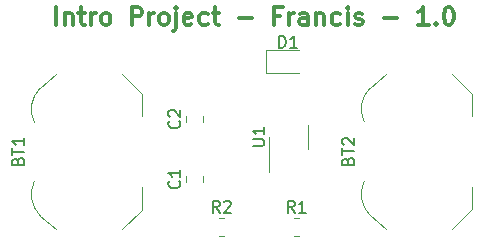
<source format=gbr>
%TF.GenerationSoftware,KiCad,Pcbnew,(5.1.10)-1*%
%TF.CreationDate,2021-10-03T18:06:06-07:00*%
%TF.ProjectId,intro_project,696e7472-6f5f-4707-926f-6a6563742e6b,rev?*%
%TF.SameCoordinates,Original*%
%TF.FileFunction,Legend,Top*%
%TF.FilePolarity,Positive*%
%FSLAX46Y46*%
G04 Gerber Fmt 4.6, Leading zero omitted, Abs format (unit mm)*
G04 Created by KiCad (PCBNEW (5.1.10)-1) date 2021-10-03 18:06:06*
%MOMM*%
%LPD*%
G01*
G04 APERTURE LIST*
%ADD10C,0.300000*%
%ADD11C,0.120000*%
%ADD12C,0.150000*%
G04 APERTURE END LIST*
D10*
X111484285Y-80688571D02*
X111484285Y-79188571D01*
X112198571Y-79688571D02*
X112198571Y-80688571D01*
X112198571Y-79831428D02*
X112270000Y-79760000D01*
X112412857Y-79688571D01*
X112627142Y-79688571D01*
X112770000Y-79760000D01*
X112841428Y-79902857D01*
X112841428Y-80688571D01*
X113341428Y-79688571D02*
X113912857Y-79688571D01*
X113555714Y-79188571D02*
X113555714Y-80474285D01*
X113627142Y-80617142D01*
X113770000Y-80688571D01*
X113912857Y-80688571D01*
X114412857Y-80688571D02*
X114412857Y-79688571D01*
X114412857Y-79974285D02*
X114484285Y-79831428D01*
X114555714Y-79760000D01*
X114698571Y-79688571D01*
X114841428Y-79688571D01*
X115555714Y-80688571D02*
X115412857Y-80617142D01*
X115341428Y-80545714D01*
X115270000Y-80402857D01*
X115270000Y-79974285D01*
X115341428Y-79831428D01*
X115412857Y-79760000D01*
X115555714Y-79688571D01*
X115770000Y-79688571D01*
X115912857Y-79760000D01*
X115984285Y-79831428D01*
X116055714Y-79974285D01*
X116055714Y-80402857D01*
X115984285Y-80545714D01*
X115912857Y-80617142D01*
X115770000Y-80688571D01*
X115555714Y-80688571D01*
X117841428Y-80688571D02*
X117841428Y-79188571D01*
X118412857Y-79188571D01*
X118555714Y-79260000D01*
X118627142Y-79331428D01*
X118698571Y-79474285D01*
X118698571Y-79688571D01*
X118627142Y-79831428D01*
X118555714Y-79902857D01*
X118412857Y-79974285D01*
X117841428Y-79974285D01*
X119341428Y-80688571D02*
X119341428Y-79688571D01*
X119341428Y-79974285D02*
X119412857Y-79831428D01*
X119484285Y-79760000D01*
X119627142Y-79688571D01*
X119770000Y-79688571D01*
X120484285Y-80688571D02*
X120341428Y-80617142D01*
X120270000Y-80545714D01*
X120198571Y-80402857D01*
X120198571Y-79974285D01*
X120270000Y-79831428D01*
X120341428Y-79760000D01*
X120484285Y-79688571D01*
X120698571Y-79688571D01*
X120841428Y-79760000D01*
X120912857Y-79831428D01*
X120984285Y-79974285D01*
X120984285Y-80402857D01*
X120912857Y-80545714D01*
X120841428Y-80617142D01*
X120698571Y-80688571D01*
X120484285Y-80688571D01*
X121627142Y-79688571D02*
X121627142Y-80974285D01*
X121555714Y-81117142D01*
X121412857Y-81188571D01*
X121341428Y-81188571D01*
X121627142Y-79188571D02*
X121555714Y-79260000D01*
X121627142Y-79331428D01*
X121698571Y-79260000D01*
X121627142Y-79188571D01*
X121627142Y-79331428D01*
X122912857Y-80617142D02*
X122770000Y-80688571D01*
X122484285Y-80688571D01*
X122341428Y-80617142D01*
X122270000Y-80474285D01*
X122270000Y-79902857D01*
X122341428Y-79760000D01*
X122484285Y-79688571D01*
X122770000Y-79688571D01*
X122912857Y-79760000D01*
X122984285Y-79902857D01*
X122984285Y-80045714D01*
X122270000Y-80188571D01*
X124270000Y-80617142D02*
X124127142Y-80688571D01*
X123841428Y-80688571D01*
X123698571Y-80617142D01*
X123627142Y-80545714D01*
X123555714Y-80402857D01*
X123555714Y-79974285D01*
X123627142Y-79831428D01*
X123698571Y-79760000D01*
X123841428Y-79688571D01*
X124127142Y-79688571D01*
X124270000Y-79760000D01*
X124698571Y-79688571D02*
X125270000Y-79688571D01*
X124912857Y-79188571D02*
X124912857Y-80474285D01*
X124984285Y-80617142D01*
X125127142Y-80688571D01*
X125270000Y-80688571D01*
X126912857Y-80117142D02*
X128055714Y-80117142D01*
X130412857Y-79902857D02*
X129912857Y-79902857D01*
X129912857Y-80688571D02*
X129912857Y-79188571D01*
X130627142Y-79188571D01*
X131198571Y-80688571D02*
X131198571Y-79688571D01*
X131198571Y-79974285D02*
X131270000Y-79831428D01*
X131341428Y-79760000D01*
X131484285Y-79688571D01*
X131627142Y-79688571D01*
X132770000Y-80688571D02*
X132770000Y-79902857D01*
X132698571Y-79760000D01*
X132555714Y-79688571D01*
X132270000Y-79688571D01*
X132127142Y-79760000D01*
X132770000Y-80617142D02*
X132627142Y-80688571D01*
X132270000Y-80688571D01*
X132127142Y-80617142D01*
X132055714Y-80474285D01*
X132055714Y-80331428D01*
X132127142Y-80188571D01*
X132270000Y-80117142D01*
X132627142Y-80117142D01*
X132770000Y-80045714D01*
X133484285Y-79688571D02*
X133484285Y-80688571D01*
X133484285Y-79831428D02*
X133555714Y-79760000D01*
X133698571Y-79688571D01*
X133912857Y-79688571D01*
X134055714Y-79760000D01*
X134127142Y-79902857D01*
X134127142Y-80688571D01*
X135484285Y-80617142D02*
X135341428Y-80688571D01*
X135055714Y-80688571D01*
X134912857Y-80617142D01*
X134841428Y-80545714D01*
X134770000Y-80402857D01*
X134770000Y-79974285D01*
X134841428Y-79831428D01*
X134912857Y-79760000D01*
X135055714Y-79688571D01*
X135341428Y-79688571D01*
X135484285Y-79760000D01*
X136127142Y-80688571D02*
X136127142Y-79688571D01*
X136127142Y-79188571D02*
X136055714Y-79260000D01*
X136127142Y-79331428D01*
X136198571Y-79260000D01*
X136127142Y-79188571D01*
X136127142Y-79331428D01*
X136770000Y-80617142D02*
X136912857Y-80688571D01*
X137198571Y-80688571D01*
X137341428Y-80617142D01*
X137412857Y-80474285D01*
X137412857Y-80402857D01*
X137341428Y-80260000D01*
X137198571Y-80188571D01*
X136984285Y-80188571D01*
X136841428Y-80117142D01*
X136770000Y-79974285D01*
X136770000Y-79902857D01*
X136841428Y-79760000D01*
X136984285Y-79688571D01*
X137198571Y-79688571D01*
X137341428Y-79760000D01*
X139198571Y-80117142D02*
X140341428Y-80117142D01*
X142984285Y-80688571D02*
X142127142Y-80688571D01*
X142555714Y-80688571D02*
X142555714Y-79188571D01*
X142412857Y-79402857D01*
X142270000Y-79545714D01*
X142127142Y-79617142D01*
X143627142Y-80545714D02*
X143698571Y-80617142D01*
X143627142Y-80688571D01*
X143555714Y-80617142D01*
X143627142Y-80545714D01*
X143627142Y-80688571D01*
X144627142Y-79188571D02*
X144770000Y-79188571D01*
X144912857Y-79260000D01*
X144984285Y-79331428D01*
X145055714Y-79474285D01*
X145127142Y-79760000D01*
X145127142Y-80117142D01*
X145055714Y-80402857D01*
X144984285Y-80545714D01*
X144912857Y-80617142D01*
X144770000Y-80688571D01*
X144627142Y-80688571D01*
X144484285Y-80617142D01*
X144412857Y-80545714D01*
X144341428Y-80402857D01*
X144270000Y-80117142D01*
X144270000Y-79760000D01*
X144341428Y-79474285D01*
X144412857Y-79331428D01*
X144484285Y-79260000D01*
X144627142Y-79188571D01*
D11*
%TO.C,U1*%
X132755000Y-89170000D02*
X132755000Y-91170000D01*
X129515000Y-90170000D02*
X129515000Y-93170000D01*
%TO.C,BT1*%
X117050000Y-84890000D02*
X118700000Y-86540000D01*
X118700000Y-96340000D02*
X117050000Y-97990000D01*
X118700000Y-96340000D02*
X118700000Y-94440000D01*
X118700000Y-86540000D02*
X118700000Y-88440000D01*
X111450000Y-84890000D02*
X110100000Y-86040000D01*
X111450000Y-97990000D02*
X110100000Y-96840000D01*
X109603542Y-93941694D02*
G75*
G03*
X110100000Y-96840000I2296458J-1098306D01*
G01*
X109602393Y-88935902D02*
G75*
G02*
X110100000Y-86040000I2297607J1095902D01*
G01*
%TO.C,BT2*%
X137542393Y-88915902D02*
G75*
G02*
X138040000Y-86020000I2297607J1095902D01*
G01*
X137543542Y-93921694D02*
G75*
G03*
X138040000Y-96820000I2296458J-1098306D01*
G01*
X139390000Y-97970000D02*
X138040000Y-96820000D01*
X139390000Y-84870000D02*
X138040000Y-86020000D01*
X146640000Y-86520000D02*
X146640000Y-88420000D01*
X146640000Y-96320000D02*
X146640000Y-94420000D01*
X146640000Y-96320000D02*
X144990000Y-97970000D01*
X144990000Y-84870000D02*
X146640000Y-86520000D01*
%TO.C,C1*%
X122455000Y-94008752D02*
X122455000Y-93486248D01*
X123925000Y-94008752D02*
X123925000Y-93486248D01*
%TO.C,C2*%
X122455000Y-88928752D02*
X122455000Y-88406248D01*
X123925000Y-88928752D02*
X123925000Y-88406248D01*
%TO.C,D1*%
X129195000Y-84780000D02*
X132055000Y-84780000D01*
X129195000Y-82860000D02*
X129195000Y-84780000D01*
X132055000Y-82860000D02*
X129195000Y-82860000D01*
%TO.C,R1*%
X131582936Y-97055000D02*
X132037064Y-97055000D01*
X131582936Y-98525000D02*
X132037064Y-98525000D01*
%TO.C,R2*%
X125232936Y-98525000D02*
X125687064Y-98525000D01*
X125232936Y-97055000D02*
X125687064Y-97055000D01*
%TO.C,U1*%
D12*
X128087380Y-90931904D02*
X128896904Y-90931904D01*
X128992142Y-90884285D01*
X129039761Y-90836666D01*
X129087380Y-90741428D01*
X129087380Y-90550952D01*
X129039761Y-90455714D01*
X128992142Y-90408095D01*
X128896904Y-90360476D01*
X128087380Y-90360476D01*
X129087380Y-89360476D02*
X129087380Y-89931904D01*
X129087380Y-89646190D02*
X128087380Y-89646190D01*
X128230238Y-89741428D01*
X128325476Y-89836666D01*
X128373095Y-89931904D01*
%TO.C,BT1*%
X108228571Y-92225714D02*
X108276190Y-92082857D01*
X108323809Y-92035238D01*
X108419047Y-91987619D01*
X108561904Y-91987619D01*
X108657142Y-92035238D01*
X108704761Y-92082857D01*
X108752380Y-92178095D01*
X108752380Y-92559047D01*
X107752380Y-92559047D01*
X107752380Y-92225714D01*
X107800000Y-92130476D01*
X107847619Y-92082857D01*
X107942857Y-92035238D01*
X108038095Y-92035238D01*
X108133333Y-92082857D01*
X108180952Y-92130476D01*
X108228571Y-92225714D01*
X108228571Y-92559047D01*
X107752380Y-91701904D02*
X107752380Y-91130476D01*
X108752380Y-91416190D02*
X107752380Y-91416190D01*
X108752380Y-90273333D02*
X108752380Y-90844761D01*
X108752380Y-90559047D02*
X107752380Y-90559047D01*
X107895238Y-90654285D01*
X107990476Y-90749523D01*
X108038095Y-90844761D01*
%TO.C,BT2*%
X136168571Y-92205714D02*
X136216190Y-92062857D01*
X136263809Y-92015238D01*
X136359047Y-91967619D01*
X136501904Y-91967619D01*
X136597142Y-92015238D01*
X136644761Y-92062857D01*
X136692380Y-92158095D01*
X136692380Y-92539047D01*
X135692380Y-92539047D01*
X135692380Y-92205714D01*
X135740000Y-92110476D01*
X135787619Y-92062857D01*
X135882857Y-92015238D01*
X135978095Y-92015238D01*
X136073333Y-92062857D01*
X136120952Y-92110476D01*
X136168571Y-92205714D01*
X136168571Y-92539047D01*
X135692380Y-91681904D02*
X135692380Y-91110476D01*
X136692380Y-91396190D02*
X135692380Y-91396190D01*
X135787619Y-90824761D02*
X135740000Y-90777142D01*
X135692380Y-90681904D01*
X135692380Y-90443809D01*
X135740000Y-90348571D01*
X135787619Y-90300952D01*
X135882857Y-90253333D01*
X135978095Y-90253333D01*
X136120952Y-90300952D01*
X136692380Y-90872380D01*
X136692380Y-90253333D01*
%TO.C,C1*%
X121867142Y-93914166D02*
X121914761Y-93961785D01*
X121962380Y-94104642D01*
X121962380Y-94199880D01*
X121914761Y-94342738D01*
X121819523Y-94437976D01*
X121724285Y-94485595D01*
X121533809Y-94533214D01*
X121390952Y-94533214D01*
X121200476Y-94485595D01*
X121105238Y-94437976D01*
X121010000Y-94342738D01*
X120962380Y-94199880D01*
X120962380Y-94104642D01*
X121010000Y-93961785D01*
X121057619Y-93914166D01*
X121962380Y-92961785D02*
X121962380Y-93533214D01*
X121962380Y-93247500D02*
X120962380Y-93247500D01*
X121105238Y-93342738D01*
X121200476Y-93437976D01*
X121248095Y-93533214D01*
%TO.C,C2*%
X121867142Y-88834166D02*
X121914761Y-88881785D01*
X121962380Y-89024642D01*
X121962380Y-89119880D01*
X121914761Y-89262738D01*
X121819523Y-89357976D01*
X121724285Y-89405595D01*
X121533809Y-89453214D01*
X121390952Y-89453214D01*
X121200476Y-89405595D01*
X121105238Y-89357976D01*
X121010000Y-89262738D01*
X120962380Y-89119880D01*
X120962380Y-89024642D01*
X121010000Y-88881785D01*
X121057619Y-88834166D01*
X121057619Y-88453214D02*
X121010000Y-88405595D01*
X120962380Y-88310357D01*
X120962380Y-88072261D01*
X121010000Y-87977023D01*
X121057619Y-87929404D01*
X121152857Y-87881785D01*
X121248095Y-87881785D01*
X121390952Y-87929404D01*
X121962380Y-88500833D01*
X121962380Y-87881785D01*
%TO.C,D1*%
X130316904Y-82622380D02*
X130316904Y-81622380D01*
X130555000Y-81622380D01*
X130697857Y-81670000D01*
X130793095Y-81765238D01*
X130840714Y-81860476D01*
X130888333Y-82050952D01*
X130888333Y-82193809D01*
X130840714Y-82384285D01*
X130793095Y-82479523D01*
X130697857Y-82574761D01*
X130555000Y-82622380D01*
X130316904Y-82622380D01*
X131840714Y-82622380D02*
X131269285Y-82622380D01*
X131555000Y-82622380D02*
X131555000Y-81622380D01*
X131459761Y-81765238D01*
X131364523Y-81860476D01*
X131269285Y-81908095D01*
%TO.C,R1*%
X131643333Y-96592380D02*
X131310000Y-96116190D01*
X131071904Y-96592380D02*
X131071904Y-95592380D01*
X131452857Y-95592380D01*
X131548095Y-95640000D01*
X131595714Y-95687619D01*
X131643333Y-95782857D01*
X131643333Y-95925714D01*
X131595714Y-96020952D01*
X131548095Y-96068571D01*
X131452857Y-96116190D01*
X131071904Y-96116190D01*
X132595714Y-96592380D02*
X132024285Y-96592380D01*
X132310000Y-96592380D02*
X132310000Y-95592380D01*
X132214761Y-95735238D01*
X132119523Y-95830476D01*
X132024285Y-95878095D01*
%TO.C,R2*%
X125293333Y-96592380D02*
X124960000Y-96116190D01*
X124721904Y-96592380D02*
X124721904Y-95592380D01*
X125102857Y-95592380D01*
X125198095Y-95640000D01*
X125245714Y-95687619D01*
X125293333Y-95782857D01*
X125293333Y-95925714D01*
X125245714Y-96020952D01*
X125198095Y-96068571D01*
X125102857Y-96116190D01*
X124721904Y-96116190D01*
X125674285Y-95687619D02*
X125721904Y-95640000D01*
X125817142Y-95592380D01*
X126055238Y-95592380D01*
X126150476Y-95640000D01*
X126198095Y-95687619D01*
X126245714Y-95782857D01*
X126245714Y-95878095D01*
X126198095Y-96020952D01*
X125626666Y-96592380D01*
X126245714Y-96592380D01*
%TD*%
M02*

</source>
